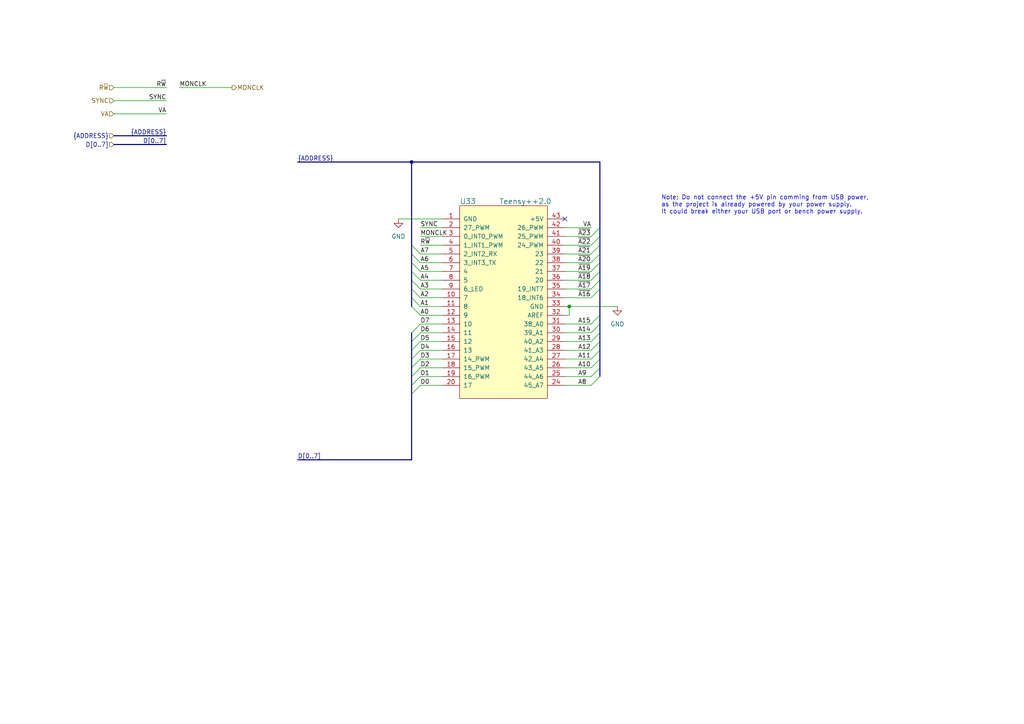
<source format=kicad_sch>
(kicad_sch (version 20211123) (generator eeschema)
  (paper "A4")
  (title_block (date "2022-03-01") (rev "A.19") (comment 2 "https://github.com/adrienkohlbecker/65C816") (comment 3 "Licensed under CERN-OHL-W v2") (comment 4 "Copyright © 2021 Adrien Kohlbecker"))
  (lib_symbols
    (symbol "65C816:Teensy++2.0" (pin_names (offset 1.016))
      (property "Reference" "U" (at -11.43 39.37 0))
      (property "Value" "Teensy++2.0" (at 12.7 39.37 0))
      (symbol "Teensy++2.0_0_1"
        (rectangle (start -12.7 38.1) (end 12.7 -17.78) (fill (type background)))
      )
      (symbol "Teensy++2.0_1_1"
        (pin power_in line (at -17.78 34.29 0) (length 5.08) (name "GND") (number "1"))
        (pin bidirectional line (at -17.78 11.43 0) (length 5.08) (name "7") (number "10"))
        (pin bidirectional line (at -17.78 8.89 0) (length 5.08) (name "8") (number "11"))
        (pin bidirectional line (at -17.78 6.35 0) (length 5.08) (name "9") (number "12"))
        (pin bidirectional line (at -17.78 3.81 0) (length 5.08) (name "10") (number "13"))
        (pin bidirectional line (at -17.78 1.27 0) (length 5.08) (name "11") (number "14"))
        (pin bidirectional line (at -17.78 -1.27 0) (length 5.08) (name "12") (number "15"))
        (pin bidirectional line (at -17.78 -3.81 0) (length 5.08) (name "13") (number "16"))
        (pin bidirectional line (at -17.78 -6.35 0) (length 5.08) (name "14_PWM") (number "17"))
        (pin bidirectional line (at -17.78 -8.89 0) (length 5.08) (name "15_PWM") (number "18"))
        (pin bidirectional line (at -17.78 -11.43 0) (length 5.08) (name "16_PWM") (number "19"))
        (pin bidirectional line (at -17.78 31.75 0) (length 5.08) (name "27_PWM") (number "2"))
        (pin bidirectional line (at -17.78 -13.97 0) (length 5.08) (name "17") (number "20"))
        (pin bidirectional line (at 17.78 -13.97 180) (length 5.08) (name "45_A7") (number "24"))
        (pin bidirectional line (at 17.78 -11.43 180) (length 5.08) (name "44_A6") (number "25"))
        (pin bidirectional line (at 17.78 -8.89 180) (length 5.08) (name "43_A5") (number "26"))
        (pin bidirectional line (at 17.78 -6.35 180) (length 5.08) (name "42_A4") (number "27"))
        (pin bidirectional line (at 17.78 -3.81 180) (length 5.08) (name "41_A3") (number "28"))
        (pin bidirectional line (at 17.78 -1.27 180) (length 5.08) (name "40_A2") (number "29"))
        (pin bidirectional line (at -17.78 29.21 0) (length 5.08) (name "0_INT0_PWM") (number "3"))
        (pin bidirectional line (at 17.78 1.27 180) (length 5.08) (name "39_A1") (number "30"))
        (pin bidirectional line (at 17.78 3.81 180) (length 5.08) (name "38_A0") (number "31"))
        (pin input line (at 17.78 6.35 180) (length 5.08) (name "AREF") (number "32"))
        (pin power_in line (at 17.78 8.89 180) (length 5.08) (name "GND") (number "33"))
        (pin bidirectional line (at 17.78 11.43 180) (length 5.08) (name "18_INT6") (number "34"))
        (pin bidirectional line (at 17.78 13.97 180) (length 5.08) (name "19_INT7") (number "35"))
        (pin bidirectional line (at 17.78 16.51 180) (length 5.08) (name "20") (number "36"))
        (pin bidirectional line (at 17.78 19.05 180) (length 5.08) (name "21") (number "37"))
        (pin bidirectional line (at 17.78 21.59 180) (length 5.08) (name "22") (number "38"))
        (pin bidirectional line (at 17.78 24.13 180) (length 5.08) (name "23") (number "39"))
        (pin bidirectional line (at -17.78 26.67 0) (length 5.08) (name "1_INT1_PWM") (number "4"))
        (pin bidirectional line (at 17.78 26.67 180) (length 5.08) (name "24_PWM") (number "40"))
        (pin bidirectional line (at 17.78 29.21 180) (length 5.08) (name "25_PWM") (number "41"))
        (pin bidirectional line (at 17.78 31.75 180) (length 5.08) (name "26_PWM") (number "42"))
        (pin power_in line (at 17.78 34.29 180) (length 5.08) (name "+5V") (number "43"))
        (pin bidirectional line (at -17.78 24.13 0) (length 5.08) (name "2_INT2_RX") (number "5"))
        (pin bidirectional line (at -17.78 21.59 0) (length 5.08) (name "3_INT3_TX") (number "6"))
        (pin bidirectional line (at -17.78 19.05 0) (length 5.08) (name "4") (number "7"))
        (pin bidirectional line (at -17.78 16.51 0) (length 5.08) (name "5") (number "8"))
        (pin bidirectional line (at -17.78 13.97 0) (length 5.08) (name "6_LED") (number "9"))
      )
    )
    (symbol "power:GND" (power) (pin_names (offset 0))
      (property "Value" "GND" (at 0 -3.81 0))
      (symbol "GND_0_1"
        (polyline (pts (xy 0 0) (xy 0 -1.27) (xy 1.27 -1.27) (xy 0 -2.54) (xy -1.27 -1.27) (xy 0 -1.27)))
      )
      (symbol "GND_1_1"
        (pin power_in line (at 0 0 270) (length 0) hide (name "GND") (number "1"))
      )
    )
  )
  (junction (at 165.1 88.9))
  (junction (at 119.38 46.99))
  (no_connect (at 163.83 63.5))
  (bus_entry (at 173.99 96.52) (size -2.54 2.54))
  (bus_entry (at 173.99 73.66) (size -2.54 2.54))
  (bus_entry (at 119.38 106.68) (size 2.54 -2.54))
  (bus_entry (at 119.38 111.76) (size 2.54 -2.54))
  (bus_entry (at 173.99 81.28) (size -2.54 2.54))
  (bus_entry (at 119.38 114.3) (size 2.54 -2.54))
  (bus_entry (at 119.38 78.74) (size 2.54 2.54))
  (bus_entry (at 173.99 99.06) (size -2.54 2.54))
  (bus_entry (at 119.38 109.22) (size 2.54 -2.54))
  (bus_entry (at 119.38 104.14) (size 2.54 -2.54))
  (bus_entry (at 173.99 106.68) (size -2.54 2.54))
  (bus_entry (at 119.38 83.82) (size 2.54 2.54))
  (bus_entry (at 119.38 86.36) (size 2.54 2.54))
  (bus_entry (at 119.38 81.28) (size 2.54 2.54))
  (bus_entry (at 173.99 91.44) (size -2.54 2.54))
  (bus_entry (at 173.99 76.2) (size -2.54 2.54))
  (bus_entry (at 173.99 93.98) (size -2.54 2.54))
  (bus_entry (at 173.99 109.22) (size -2.54 2.54))
  (bus_entry (at 119.38 71.12) (size 2.54 2.54))
  (bus_entry (at 119.38 101.6) (size 2.54 -2.54))
  (bus_entry (at 173.99 78.74) (size -2.54 2.54))
  (bus_entry (at 173.99 101.6) (size -2.54 2.54))
  (bus_entry (at 119.38 73.66) (size 2.54 2.54))
  (bus_entry (at 173.99 83.82) (size -2.54 2.54))
  (bus_entry (at 173.99 68.58) (size -2.54 2.54))
  (bus_entry (at 173.99 71.12) (size -2.54 2.54))
  (bus_entry (at 119.38 88.9) (size 2.54 2.54))
  (bus_entry (at 119.38 99.06) (size 2.54 -2.54))
  (bus_entry (at 173.99 66.04) (size -2.54 2.54))
  (bus_entry (at 119.38 96.52) (size 2.54 -2.54))
  (bus_entry (at 173.99 104.14) (size -2.54 2.54))
  (bus_entry (at 119.38 76.2) (size 2.54 2.54))
  (wire (pts (xy 33.02 29.21) (xy 48.26 29.21)))
  (bus (pts (xy 33.02 39.37) (xy 48.26 39.37)))
  (wire (pts (xy 121.92 66.04) (xy 128.27 66.04)))
  (bus (pts (xy 119.38 76.2) (xy 119.38 78.74)))
  (bus (pts (xy 173.99 93.98) (xy 173.99 96.52)))
  (bus (pts (xy 119.38 81.28) (xy 119.38 83.82)))
  (wire (pts (xy 165.1 88.9) (xy 179.07 88.9)))
  (bus (pts (xy 119.38 114.3) (xy 119.38 133.35)))
  (wire (pts (xy 121.92 101.6) (xy 128.27 101.6)))
  (wire (pts (xy 121.92 93.98) (xy 128.27 93.98)))
  (bus (pts (xy 173.99 96.52) (xy 173.99 99.06)))
  (wire (pts (xy 121.92 68.58) (xy 128.27 68.58)))
  (bus (pts (xy 173.99 83.82) (xy 173.99 91.44)))
  (wire (pts (xy 121.92 86.36) (xy 128.27 86.36)))
  (wire (pts (xy 163.83 101.6) (xy 171.45 101.6)))
  (wire (pts (xy 163.83 104.14) (xy 171.45 104.14)))
  (wire (pts (xy 121.92 76.2) (xy 128.27 76.2)))
  (wire (pts (xy 163.83 106.68) (xy 171.45 106.68)))
  (wire (pts (xy 121.92 96.52) (xy 128.27 96.52)))
  (bus (pts (xy 119.38 101.6) (xy 119.38 104.14)))
  (bus (pts (xy 173.99 78.74) (xy 173.99 81.28)))
  (bus (pts (xy 119.38 109.22) (xy 119.38 111.76)))
  (bus (pts (xy 86.36 46.99) (xy 119.38 46.99)))
  (wire (pts (xy 121.92 71.12) (xy 128.27 71.12)))
  (bus (pts (xy 173.99 101.6) (xy 173.99 104.14)))
  (wire (pts (xy 121.92 104.14) (xy 128.27 104.14)))
  (wire (pts (xy 163.83 81.28) (xy 171.45 81.28)))
  (wire (pts (xy 67.31 25.4) (xy 52.07 25.4)))
  (wire (pts (xy 163.83 66.04) (xy 171.45 66.04)))
  (bus (pts (xy 119.38 99.06) (xy 119.38 101.6)))
  (wire (pts (xy 163.83 71.12) (xy 171.45 71.12)))
  (bus (pts (xy 119.38 111.76) (xy 119.38 114.3)))
  (bus (pts (xy 119.38 71.12) (xy 119.38 73.66)))
  (wire (pts (xy 163.83 86.36) (xy 171.45 86.36)))
  (bus (pts (xy 119.38 46.99) (xy 119.38 71.12)))
  (wire (pts (xy 121.92 78.74) (xy 128.27 78.74)))
  (bus (pts (xy 173.99 73.66) (xy 173.99 76.2)))
  (bus (pts (xy 119.38 73.66) (xy 119.38 76.2)))
  (bus (pts (xy 173.99 106.68) (xy 173.99 109.22)))
  (wire (pts (xy 121.92 88.9) (xy 128.27 88.9)))
  (wire (pts (xy 165.1 91.44) (xy 165.1 88.9)))
  (wire (pts (xy 121.92 109.22) (xy 128.27 109.22)))
  (wire (pts (xy 163.83 96.52) (xy 171.45 96.52)))
  (bus (pts (xy 119.38 106.68) (xy 119.38 109.22)))
  (wire (pts (xy 121.92 99.06) (xy 128.27 99.06)))
  (wire (pts (xy 115.57 63.5) (xy 128.27 63.5)))
  (bus (pts (xy 173.99 46.99) (xy 173.99 66.04)))
  (bus (pts (xy 173.99 91.44) (xy 173.99 93.98)))
  (wire (pts (xy 121.92 73.66) (xy 128.27 73.66)))
  (bus (pts (xy 119.38 104.14) (xy 119.38 106.68)))
  (wire (pts (xy 163.83 78.74) (xy 171.45 78.74)))
  (bus (pts (xy 173.99 99.06) (xy 173.99 101.6)))
  (wire (pts (xy 163.83 91.44) (xy 165.1 91.44)))
  (wire (pts (xy 121.92 91.44) (xy 128.27 91.44)))
  (wire (pts (xy 121.92 111.76) (xy 128.27 111.76)))
  (wire (pts (xy 163.83 111.76) (xy 171.45 111.76)))
  (wire (pts (xy 163.83 88.9) (xy 165.1 88.9)))
  (wire (pts (xy 121.92 81.28) (xy 128.27 81.28)))
  (bus (pts (xy 119.38 46.99) (xy 173.99 46.99)))
  (wire (pts (xy 163.83 73.66) (xy 171.45 73.66)))
  (bus (pts (xy 33.02 41.91) (xy 48.26 41.91)))
  (wire (pts (xy 163.83 76.2) (xy 171.45 76.2)))
  (wire (pts (xy 163.83 83.82) (xy 171.45 83.82)))
  (wire (pts (xy 163.83 109.22) (xy 171.45 109.22)))
  (wire (pts (xy 33.02 33.02) (xy 48.26 33.02)))
  (bus (pts (xy 173.99 104.14) (xy 173.99 106.68)))
  (bus (pts (xy 119.38 78.74) (xy 119.38 81.28)))
  (bus (pts (xy 119.38 96.52) (xy 119.38 99.06)))
  (wire (pts (xy 33.02 25.4) (xy 48.26 25.4)))
  (bus (pts (xy 119.38 83.82) (xy 119.38 86.36)))
  (bus (pts (xy 173.99 66.04) (xy 173.99 68.58)))
  (bus (pts (xy 119.38 86.36) (xy 119.38 88.9)))
  (bus (pts (xy 86.36 133.35) (xy 119.38 133.35)))
  (bus (pts (xy 173.99 71.12) (xy 173.99 73.66)))
  (wire (pts (xy 163.83 99.06) (xy 171.45 99.06)))
  (bus (pts (xy 173.99 81.28) (xy 173.99 83.82)))
  (bus (pts (xy 173.99 76.2) (xy 173.99 78.74)))
  (wire (pts (xy 121.92 83.82) (xy 128.27 83.82)))
  (bus (pts (xy 173.99 68.58) (xy 173.99 71.12)))
  (wire (pts (xy 163.83 93.98) (xy 171.45 93.98)))
  (wire (pts (xy 163.83 68.58) (xy 171.45 68.58)))
  (wire (pts (xy 121.92 106.68) (xy 128.27 106.68)))
  (text "Note: Do not connect the +5V pin comming from USB power,\nas the project is already powered by your power supply.\nIt could break either your USB port or bench power supply." (at 191.77 62.23 0) (effects (font (size 1.27 1.27)) (justify left bottom)))
  (label "R~{W}" (at 121.92 71.12 0))
  (label "A5" (at 121.92 78.74 0))
  (label "VA" (at 171.45 66.04 180))
  (label "D6" (at 121.92 96.52 0))
  (label "R~{W}" (at 48.26 25.4 180))
  (label "D3" (at 121.92 104.14 0))
  (label "{ADDRESS}" (at 86.36 46.99 0))
  (label "~{A16}" (at 167.64 86.36 0))
  (label "~{A20}" (at 167.64 76.2 0))
  (label "VA" (at 48.26 33.02 180))
  (label "~{A23}" (at 167.64 68.58 0))
  (label "D0" (at 121.92 111.76 0))
  (label "~{A21}" (at 167.64 73.66 0))
  (label "A7" (at 121.92 73.66 0))
  (label "MONCLK" (at 52.07 25.4 0))
  (label "A11" (at 167.64 104.14 0))
  (label "A15" (at 167.64 93.98 0))
  (label "A8" (at 167.64 111.76 0))
  (label "{ADDRESS}" (at 48.26 39.37 180))
  (label "A2" (at 121.92 86.36 0))
  (label "D4" (at 121.92 101.6 0))
  (label "D7" (at 121.92 93.98 0))
  (label "D2" (at 121.92 106.68 0))
  (label "~{A18}" (at 167.64 81.28 0))
  (label "A6" (at 121.92 76.2 0))
  (label "A14" (at 167.64 96.52 0))
  (label "A3" (at 121.92 83.82 0))
  (label "A1" (at 121.92 88.9 0))
  (label "SYNC" (at 121.92 66.04 0))
  (label "~{A22}" (at 167.64 71.12 0))
  (label "~{A19}" (at 167.64 78.74 0))
  (label "D1" (at 121.92 109.22 0))
  (label "A10" (at 167.64 106.68 0))
  (label "A9" (at 167.64 109.22 0))
  (label "A0" (at 121.92 91.44 0))
  (label "SYNC" (at 48.26 29.21 180))
  (label "D5" (at 121.92 99.06 0))
  (label "D[0..7]" (at 48.26 41.91 180))
  (label "MONCLK" (at 121.92 68.58 0))
  (label "A12" (at 167.64 101.6 0))
  (label "D[0..7]" (at 86.36 133.35 0))
  (label "A4" (at 121.92 81.28 0))
  (label "A13" (at 167.64 99.06 0))
  (label "~{A17}" (at 167.64 83.82 0))
  (hierarchical_label "MONCLK" (shape output) (at 67.31 25.4 0))
  (hierarchical_label "R~{W}" (shape input) (at 33.02 25.4 180))
  (hierarchical_label "VA" (shape input) (at 33.02 33.02 180))
  (hierarchical_label "{ADDRESS}" (shape input) (at 33.02 39.37 180))
  (hierarchical_label "D[0..7]" (shape input) (at 33.02 41.91 180))
  (hierarchical_label "SYNC" (shape input) (at 33.02 29.21 180))
  (symbol (lib_id "power:GND") (at 179.07 88.9 0) (unit 1)
    (property "Reference" "#PWR0102" (effects hide))
    (property "Value" "GND" (at 179.07 93.98 0))
  )
  (symbol (lib_id "65C816:Teensy++2.0") (at 146.05 97.79 0) (unit 1)
    (property "Reference" "U33" (at 133.35 58.42 0) (effects (font (size 1.524 1.524)) (justify left)))
    (property "Value" "Teensy++2.0" (at 144.78 58.42 0) (effects (font (size 1.524 1.524)) (justify left)))
    (property "Footprint" "65C816:Teensy2.0++" (effects hide))
  )
  (symbol (lib_id "power:GND") (at 115.57 63.5 0) (unit 1)
    (property "Reference" "#PWR025" (effects hide))
    (property "Value" "GND" (at 115.57 68.58 0))
  )
)
</source>
